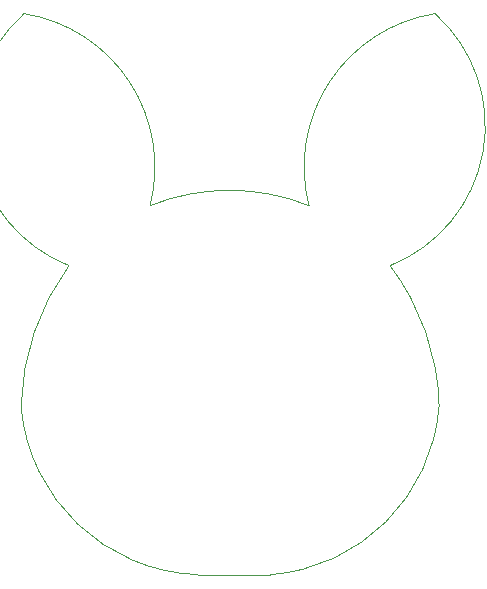
<source format=gbr>
%TF.GenerationSoftware,KiCad,Pcbnew,6.0.2+dfsg-1*%
%TF.CreationDate,2023-03-08T14:33:39+01:00*%
%TF.ProjectId,bunny,62756e6e-792e-46b6-9963-61645f706362,rev?*%
%TF.SameCoordinates,Original*%
%TF.FileFunction,Profile,NP*%
%FSLAX46Y46*%
G04 Gerber Fmt 4.6, Leading zero omitted, Abs format (unit mm)*
G04 Created by KiCad (PCBNEW 6.0.2+dfsg-1) date 2023-03-08 14:33:39*
%MOMM*%
%LPD*%
G01*
G04 APERTURE LIST*
%TA.AperFunction,Profile*%
%ADD10C,0.050000*%
%TD*%
G04 APERTURE END LIST*
D10*
X139317532Y-63634830D02*
G75*
G03*
X128649533Y-47378830I-12724395J3278053D01*
G01*
X132459533Y-68714830D02*
G75*
G03*
X128395533Y-80652830I16818440J-12386171D01*
G01*
X163447533Y-47378829D02*
G75*
G03*
X152779533Y-63634830I2056396J-12977948D01*
G01*
X152779533Y-63634830D02*
G75*
G03*
X139317533Y-63634830I-6731000J-16745608D01*
G01*
X163795061Y-80585863D02*
G75*
G03*
X159637533Y-68714830I-20268553J-434995D01*
G01*
X149477533Y-94876830D02*
G75*
G03*
X163795061Y-80585863I-1093399J15412984D01*
G01*
X128395533Y-80652830D02*
G75*
G03*
X143381533Y-94876830I15528470J1353942D01*
G01*
X159637533Y-68714830D02*
G75*
G03*
X163447533Y-47378830I-4658104J11839983D01*
G01*
X128649533Y-47378830D02*
G75*
G03*
X132459533Y-68714830I8468104J-9496017D01*
G01*
X143381533Y-94876830D02*
X149477533Y-94876830D01*
M02*

</source>
